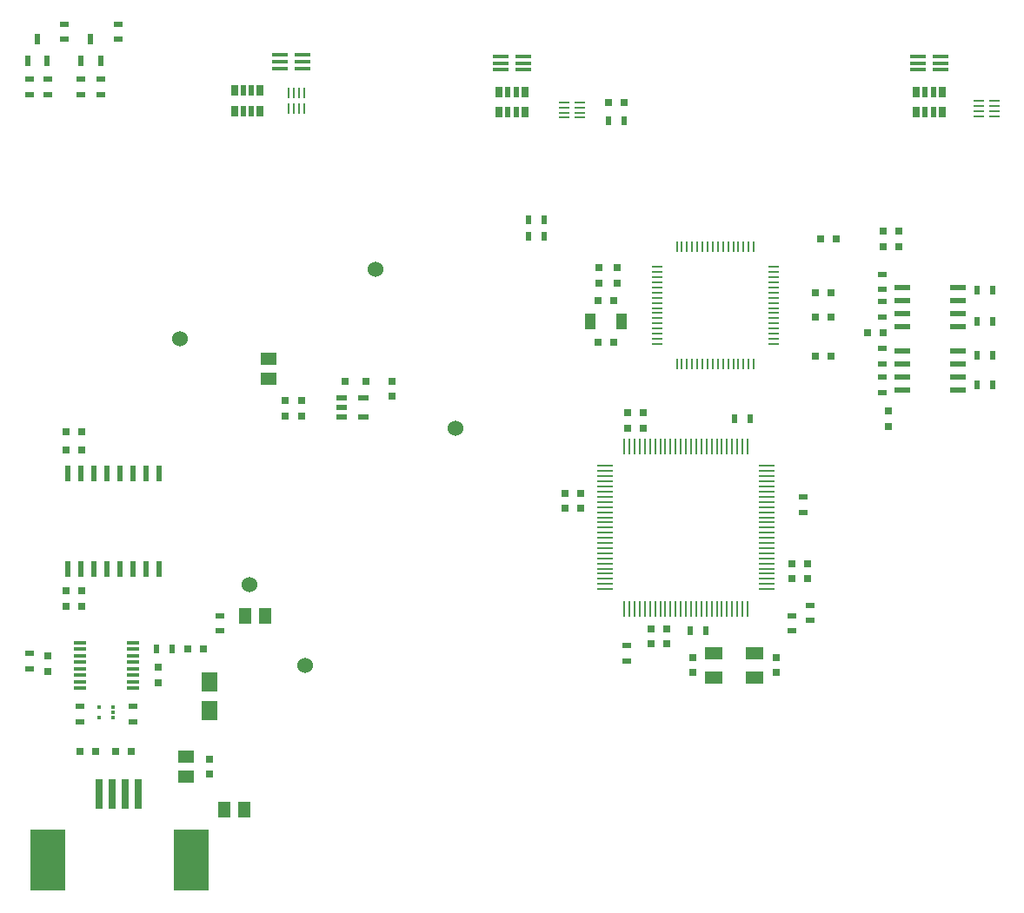
<source format=gbr>
G04 #@! TF.FileFunction,Paste,Top*
%FSLAX46Y46*%
G04 Gerber Fmt 4.6, Leading zero omitted, Abs format (unit mm)*
G04 Created by KiCad (PCBNEW 4.0.2-stable) date 19/05/2017 15:30:42*
%MOMM*%
G01*
G04 APERTURE LIST*
%ADD10C,0.100000*%
%ADD11R,0.280000X1.500000*%
%ADD12R,1.500000X0.280000*%
%ADD13R,0.250000X1.000000*%
%ADD14R,1.000000X0.250000*%
%ADD15R,0.900000X0.500000*%
%ADD16R,0.600000X1.500000*%
%ADD17R,0.700000X3.000000*%
%ADD18R,3.400000X6.040000*%
%ADD19R,0.800000X0.750000*%
%ADD20R,1.000000X1.600000*%
%ADD21R,0.750000X0.800000*%
%ADD22R,0.500000X0.900000*%
%ADD23R,0.797560X0.797560*%
%ADD24R,1.300000X1.500000*%
%ADD25R,1.500000X1.300000*%
%ADD26R,0.800000X0.800000*%
%ADD27R,1.800000X1.200000*%
%ADD28R,0.500000X1.000000*%
%ADD29R,0.700000X1.000000*%
%ADD30R,1.501140X1.950720*%
%ADD31R,0.599440X1.000760*%
%ADD32R,1.500000X0.350000*%
%ADD33C,1.524000*%
%ADD34R,1.200000X0.400000*%
%ADD35R,1.000760X0.599440*%
%ADD36R,0.450000X0.300000*%
%ADD37R,1.550000X0.600000*%
G04 APERTURE END LIST*
D10*
D11*
X148876500Y-115151500D03*
X149376500Y-115151500D03*
X149876500Y-115151500D03*
X150376500Y-115151500D03*
X150876500Y-115151500D03*
X151376500Y-115151500D03*
X151876500Y-115151500D03*
X152376500Y-115151500D03*
X152876500Y-115151500D03*
X153376500Y-115151500D03*
X153876500Y-115151500D03*
X154376500Y-115151500D03*
X154876500Y-115151500D03*
X155376500Y-115151500D03*
X155876500Y-115151500D03*
X156376500Y-115151500D03*
X156876500Y-115151500D03*
X157376500Y-115151500D03*
X157876500Y-115151500D03*
X158376500Y-115151500D03*
X158876500Y-115151500D03*
X159376500Y-115151500D03*
X159876500Y-115151500D03*
X160376500Y-115151500D03*
X160876500Y-115151500D03*
D12*
X162776500Y-113251500D03*
X162776500Y-112751500D03*
X162776500Y-112251500D03*
X162776500Y-111751500D03*
X162776500Y-111251500D03*
X162776500Y-110751500D03*
X162776500Y-110251500D03*
X162776500Y-109751500D03*
X162776500Y-109251500D03*
X162776500Y-108751500D03*
X162776500Y-108251500D03*
X162776500Y-107751500D03*
X162776500Y-107251500D03*
X162776500Y-106751500D03*
X162776500Y-106251500D03*
X162776500Y-105751500D03*
X162776500Y-105251500D03*
X162776500Y-104751500D03*
X162776500Y-104251500D03*
X162776500Y-103751500D03*
X162776500Y-103251500D03*
X162776500Y-102751500D03*
X162776500Y-102251500D03*
X162776500Y-101751500D03*
X162776500Y-101251500D03*
D11*
X160876500Y-99351500D03*
X160376500Y-99351500D03*
X159876500Y-99351500D03*
X159376500Y-99351500D03*
X158876500Y-99351500D03*
X158376500Y-99351500D03*
X157876500Y-99351500D03*
X157376500Y-99351500D03*
X156876500Y-99351500D03*
X156376500Y-99351500D03*
X155876500Y-99351500D03*
X155376500Y-99351500D03*
X154876500Y-99351500D03*
X154376500Y-99351500D03*
X153876500Y-99351500D03*
X153376500Y-99351500D03*
X152876500Y-99351500D03*
X152376500Y-99351500D03*
X151876500Y-99351500D03*
X151376500Y-99351500D03*
X150876500Y-99351500D03*
X150376500Y-99351500D03*
X149876500Y-99351500D03*
X149376500Y-99351500D03*
X148876500Y-99351500D03*
D12*
X146976500Y-101251500D03*
X146976500Y-101751500D03*
X146976500Y-102251500D03*
X146976500Y-102751500D03*
X146976500Y-103251500D03*
X146976500Y-103751500D03*
X146976500Y-104251500D03*
X146976500Y-104751500D03*
X146976500Y-105251500D03*
X146976500Y-105751500D03*
X146976500Y-106251500D03*
X146976500Y-106751500D03*
X146976500Y-107251500D03*
X146976500Y-107751500D03*
X146976500Y-108251500D03*
X146976500Y-108751500D03*
X146976500Y-109251500D03*
X146976500Y-109751500D03*
X146976500Y-110251500D03*
X146976500Y-110751500D03*
X146976500Y-111251500D03*
X146976500Y-111751500D03*
X146976500Y-112251500D03*
X146976500Y-112751500D03*
X146976500Y-113251500D03*
D13*
X161484000Y-79898000D03*
X160984000Y-79898000D03*
X160484000Y-79898000D03*
X159984000Y-79898000D03*
X159484000Y-79898000D03*
X158984000Y-79898000D03*
X158484000Y-79898000D03*
X157984000Y-79898000D03*
X157484000Y-79898000D03*
X156984000Y-79898000D03*
X156484000Y-79898000D03*
X155984000Y-79898000D03*
X155484000Y-79898000D03*
X154984000Y-79898000D03*
X154484000Y-79898000D03*
X153984000Y-79898000D03*
D14*
X152034000Y-81848000D03*
X152034000Y-82348000D03*
X152034000Y-82848000D03*
X152034000Y-83348000D03*
X152034000Y-83848000D03*
X152034000Y-84348000D03*
X152034000Y-84848000D03*
X152034000Y-85348000D03*
X152034000Y-85848000D03*
X152034000Y-86348000D03*
X152034000Y-86848000D03*
X152034000Y-87348000D03*
X152034000Y-87848000D03*
X152034000Y-88348000D03*
X152034000Y-88848000D03*
X152034000Y-89348000D03*
D13*
X153984000Y-91298000D03*
X154484000Y-91298000D03*
X154984000Y-91298000D03*
X155484000Y-91298000D03*
X155984000Y-91298000D03*
X156484000Y-91298000D03*
X156984000Y-91298000D03*
X157484000Y-91298000D03*
X157984000Y-91298000D03*
X158484000Y-91298000D03*
X158984000Y-91298000D03*
X159484000Y-91298000D03*
X159984000Y-91298000D03*
X160484000Y-91298000D03*
X160984000Y-91298000D03*
X161484000Y-91298000D03*
D14*
X163434000Y-89348000D03*
X163434000Y-88848000D03*
X163434000Y-88348000D03*
X163434000Y-87848000D03*
X163434000Y-87348000D03*
X163434000Y-86848000D03*
X163434000Y-86348000D03*
X163434000Y-85848000D03*
X163434000Y-85348000D03*
X163434000Y-84848000D03*
X163434000Y-84348000D03*
X163434000Y-83848000D03*
X163434000Y-83348000D03*
X163434000Y-82848000D03*
X163434000Y-82348000D03*
X163434000Y-81848000D03*
D15*
X173990000Y-84062000D03*
X173990000Y-82562000D03*
D14*
X144539000Y-66798000D03*
X144539000Y-66298000D03*
X144539000Y-65798000D03*
X144539000Y-67298000D03*
X142989000Y-67298000D03*
X142989000Y-65798000D03*
X142989000Y-66298000D03*
X142989000Y-66798000D03*
D16*
X94678500Y-111291000D03*
X95948500Y-111291000D03*
X97218500Y-111291000D03*
X98488500Y-111291000D03*
X99758500Y-111291000D03*
X101028500Y-111291000D03*
X102298500Y-111291000D03*
X103568500Y-111291000D03*
X103568500Y-101991000D03*
X102298500Y-101991000D03*
X101028500Y-101991000D03*
X99758500Y-101991000D03*
X98488500Y-101991000D03*
X97218500Y-101991000D03*
X95948500Y-101991000D03*
X94678500Y-101991000D03*
D17*
X97745000Y-133176000D03*
X98995000Y-133176000D03*
X100245000Y-133176000D03*
X101495000Y-133176000D03*
D18*
X92695000Y-139676000D03*
X106695000Y-139676000D03*
D19*
X150737000Y-96012000D03*
X149237000Y-96012000D03*
D20*
X148566000Y-87122000D03*
X145566000Y-87122000D03*
D19*
X147816000Y-85090000D03*
X146316000Y-85090000D03*
D21*
X146431000Y-83427000D03*
X146431000Y-81927000D03*
D22*
X139585000Y-77216000D03*
X141085000Y-77216000D03*
X139585000Y-78867000D03*
X141085000Y-78867000D03*
D19*
X147332000Y-65786000D03*
X148832000Y-65786000D03*
D22*
X147332000Y-67564000D03*
X148832000Y-67564000D03*
D19*
X167525000Y-86741000D03*
X169025000Y-86741000D03*
D21*
X148209000Y-83427000D03*
X148209000Y-81927000D03*
D19*
X147816000Y-89154000D03*
X146316000Y-89154000D03*
X167525000Y-84328000D03*
X169025000Y-84328000D03*
D21*
X155511500Y-121400000D03*
X155511500Y-119900000D03*
X163639500Y-119900000D03*
X163639500Y-121400000D03*
X165227000Y-112256000D03*
X165227000Y-110756000D03*
X166751000Y-112256000D03*
X166751000Y-110756000D03*
D19*
X150737000Y-97536000D03*
X149237000Y-97536000D03*
D21*
X143129000Y-105398000D03*
X143129000Y-103898000D03*
X144653000Y-105398000D03*
X144653000Y-103898000D03*
X151511000Y-117106000D03*
X151511000Y-118606000D03*
X153035000Y-117106000D03*
X153035000Y-118606000D03*
D19*
X94500000Y-113379000D03*
X96000000Y-113379000D03*
X94500000Y-114903000D03*
X96000000Y-114903000D03*
D21*
X108458000Y-131306000D03*
X108458000Y-129806000D03*
D19*
X99326000Y-129032000D03*
X100826000Y-129032000D03*
X97397000Y-129032000D03*
X95897000Y-129032000D03*
X94500000Y-99663000D03*
X96000000Y-99663000D03*
D21*
X115824000Y-96381000D03*
X115824000Y-94881000D03*
X103505000Y-122377000D03*
X103505000Y-120877000D03*
D19*
X94500000Y-97885000D03*
X96000000Y-97885000D03*
D21*
X117475000Y-96381000D03*
X117475000Y-94881000D03*
X92710000Y-119741000D03*
X92710000Y-121241000D03*
X126238000Y-94476000D03*
X126238000Y-92976000D03*
D23*
X107873800Y-119087000D03*
X106375200Y-119087000D03*
D24*
X109921000Y-134747000D03*
X111821000Y-134747000D03*
D25*
X106172000Y-129606000D03*
X106172000Y-131506000D03*
X114236500Y-92707500D03*
X114236500Y-90807500D03*
D24*
X111953000Y-115824000D03*
X113853000Y-115824000D03*
D26*
X121666000Y-93012000D03*
X123698000Y-93012000D03*
D15*
X165227000Y-115836000D03*
X165227000Y-117336000D03*
X149098000Y-118757000D03*
X149098000Y-120257000D03*
D22*
X156833000Y-117284500D03*
X155333000Y-117284500D03*
D15*
X167005000Y-116320000D03*
X167005000Y-114820000D03*
X166306500Y-105779000D03*
X166306500Y-104279000D03*
X92710000Y-65075500D03*
X92710000Y-63575500D03*
X90932000Y-65062800D03*
X90932000Y-63562800D03*
X94297500Y-58178000D03*
X94297500Y-59678000D03*
X99568000Y-58178000D03*
X99568000Y-59678000D03*
X97917000Y-65075500D03*
X97917000Y-63575500D03*
X95948500Y-65075500D03*
X95948500Y-63575500D03*
D22*
X159651000Y-96647000D03*
X161151000Y-96647000D03*
D15*
X101015800Y-124649800D03*
X101015800Y-126149800D03*
X95834200Y-124649800D03*
X95834200Y-126149800D03*
X90932000Y-119487000D03*
X90932000Y-120987000D03*
D22*
X104826500Y-119087000D03*
X103326500Y-119087000D03*
D27*
X161575500Y-119513500D03*
X157575500Y-119513500D03*
X161575500Y-121913500D03*
X157575500Y-121913500D03*
D28*
X178962000Y-64786000D03*
X178962000Y-66786000D03*
X178162000Y-64786000D03*
X178162000Y-66786000D03*
D29*
X179812000Y-64786000D03*
X177312000Y-64786000D03*
X177312000Y-66786000D03*
X179812000Y-66786000D03*
D28*
X138322000Y-64786000D03*
X138322000Y-66786000D03*
X137522000Y-64786000D03*
X137522000Y-66786000D03*
D29*
X139172000Y-64786000D03*
X136672000Y-64786000D03*
X136672000Y-66786000D03*
X139172000Y-66786000D03*
D28*
X112541000Y-64659000D03*
X112541000Y-66659000D03*
X111741000Y-64659000D03*
X111741000Y-66659000D03*
D29*
X113391000Y-64659000D03*
X110891000Y-64659000D03*
X110891000Y-66659000D03*
X113391000Y-66659000D03*
D30*
X108458000Y-125072140D03*
X108458000Y-122323860D03*
D31*
X90741500Y-61762640D03*
X91694000Y-59649360D03*
X92646500Y-61762640D03*
X95948500Y-61762640D03*
X96901000Y-59649360D03*
X97853500Y-61762640D03*
D15*
X109474000Y-115836000D03*
X109474000Y-117336000D03*
D32*
X136822000Y-62626000D03*
X136822000Y-61976000D03*
X136822000Y-61326000D03*
X139022000Y-61326000D03*
X139022000Y-61976000D03*
X139022000Y-62626000D03*
X139022000Y-62626000D03*
X139022000Y-61976000D03*
X139022000Y-61326000D03*
X136822000Y-61326000D03*
X136822000Y-61976000D03*
X136822000Y-62626000D03*
X177462000Y-62626000D03*
X177462000Y-61976000D03*
X177462000Y-61326000D03*
X179662000Y-61326000D03*
X179662000Y-61976000D03*
X179662000Y-62626000D03*
X179662000Y-62626000D03*
X179662000Y-61976000D03*
X179662000Y-61326000D03*
X177462000Y-61326000D03*
X177462000Y-61976000D03*
X177462000Y-62626000D03*
D33*
X117792500Y-120650000D03*
X112395000Y-112776000D03*
X105600500Y-88836500D03*
X124650500Y-82042000D03*
X132461000Y-97536000D03*
D32*
X117559000Y-61199000D03*
X117559000Y-61849000D03*
X117559000Y-62499000D03*
X115359000Y-62499000D03*
X115359000Y-61849000D03*
X115359000Y-61199000D03*
X115359000Y-61199000D03*
X115359000Y-61849000D03*
X115359000Y-62499000D03*
X117559000Y-62499000D03*
X117559000Y-61849000D03*
X117559000Y-61199000D03*
D34*
X95825000Y-118452000D03*
X95825000Y-119087000D03*
X95825000Y-119722000D03*
X95825000Y-120357000D03*
X95825000Y-120992000D03*
X95825000Y-121627000D03*
X95825000Y-122262000D03*
X95825000Y-122897000D03*
X101025000Y-122897000D03*
X101025000Y-122262000D03*
X101025000Y-121627000D03*
X101025000Y-120992000D03*
X101025000Y-120357000D03*
X101025000Y-119722000D03*
X101025000Y-119087000D03*
X101025000Y-118452000D03*
D35*
X121371360Y-94599500D03*
X121371360Y-96504500D03*
X121371360Y-95552000D03*
X123484640Y-96504500D03*
X123484640Y-94599500D03*
D36*
X99100000Y-125747400D03*
X99100000Y-124747400D03*
X99100000Y-125247400D03*
X97750000Y-124747400D03*
X97750000Y-125747400D03*
D13*
X117217000Y-64884000D03*
X116717000Y-64884000D03*
X116217000Y-64884000D03*
X117717000Y-64884000D03*
X117717000Y-66434000D03*
X116217000Y-66434000D03*
X116717000Y-66434000D03*
X117217000Y-66434000D03*
D14*
X184925000Y-66671000D03*
X184925000Y-66171000D03*
X184925000Y-65671000D03*
X184925000Y-67171000D03*
X183375000Y-67171000D03*
X183375000Y-65671000D03*
X183375000Y-66171000D03*
X183375000Y-66671000D03*
D15*
X173990000Y-92595000D03*
X173990000Y-94095000D03*
X173990000Y-91301000D03*
X173990000Y-89801000D03*
X173990000Y-85229000D03*
X173990000Y-86729000D03*
D22*
X184773000Y-87122000D03*
X183273000Y-87122000D03*
X184773000Y-84074000D03*
X183273000Y-84074000D03*
X184773000Y-93345000D03*
X183273000Y-93345000D03*
X184773000Y-90424000D03*
X183273000Y-90424000D03*
D19*
X172605000Y-88265000D03*
X174105000Y-88265000D03*
D21*
X174625000Y-95897000D03*
X174625000Y-97397000D03*
D37*
X181389000Y-87630000D03*
X181389000Y-86360000D03*
X181389000Y-85090000D03*
X181389000Y-83820000D03*
X175989000Y-83820000D03*
X175989000Y-85090000D03*
X175989000Y-86360000D03*
X175989000Y-87630000D03*
X181389000Y-93853000D03*
X181389000Y-92583000D03*
X181389000Y-91313000D03*
X181389000Y-90043000D03*
X175989000Y-90043000D03*
X175989000Y-91313000D03*
X175989000Y-92583000D03*
X175989000Y-93853000D03*
D19*
X174129000Y-78359000D03*
X175629000Y-78359000D03*
X169025000Y-90551000D03*
X167525000Y-90551000D03*
X174129000Y-79883000D03*
X175629000Y-79883000D03*
X168033000Y-79121000D03*
X169533000Y-79121000D03*
M02*

</source>
